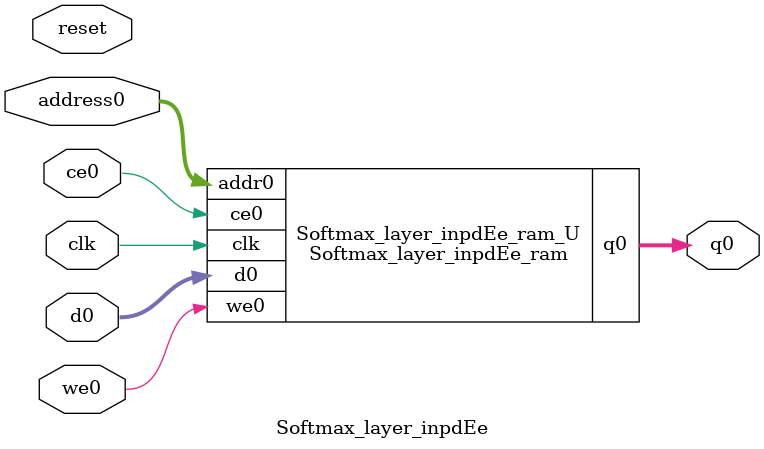
<source format=v>
`timescale 1 ns / 1 ps
module Softmax_layer_inpdEe_ram (addr0, ce0, d0, we0, q0,  clk);

parameter DWIDTH = 32;
parameter AWIDTH = 4;
parameter MEM_SIZE = 12;

input[AWIDTH-1:0] addr0;
input ce0;
input[DWIDTH-1:0] d0;
input we0;
output reg[DWIDTH-1:0] q0;
input clk;

(* ram_style = "distributed" *)reg [DWIDTH-1:0] ram[0:MEM_SIZE-1];




always @(posedge clk)  
begin 
    if (ce0) begin
        if (we0) 
            ram[addr0] <= d0; 
        q0 <= ram[addr0];
    end
end


endmodule

`timescale 1 ns / 1 ps
module Softmax_layer_inpdEe(
    reset,
    clk,
    address0,
    ce0,
    we0,
    d0,
    q0);

parameter DataWidth = 32'd32;
parameter AddressRange = 32'd12;
parameter AddressWidth = 32'd4;
input reset;
input clk;
input[AddressWidth - 1:0] address0;
input ce0;
input we0;
input[DataWidth - 1:0] d0;
output[DataWidth - 1:0] q0;



Softmax_layer_inpdEe_ram Softmax_layer_inpdEe_ram_U(
    .clk( clk ),
    .addr0( address0 ),
    .ce0( ce0 ),
    .we0( we0 ),
    .d0( d0 ),
    .q0( q0 ));

endmodule


</source>
